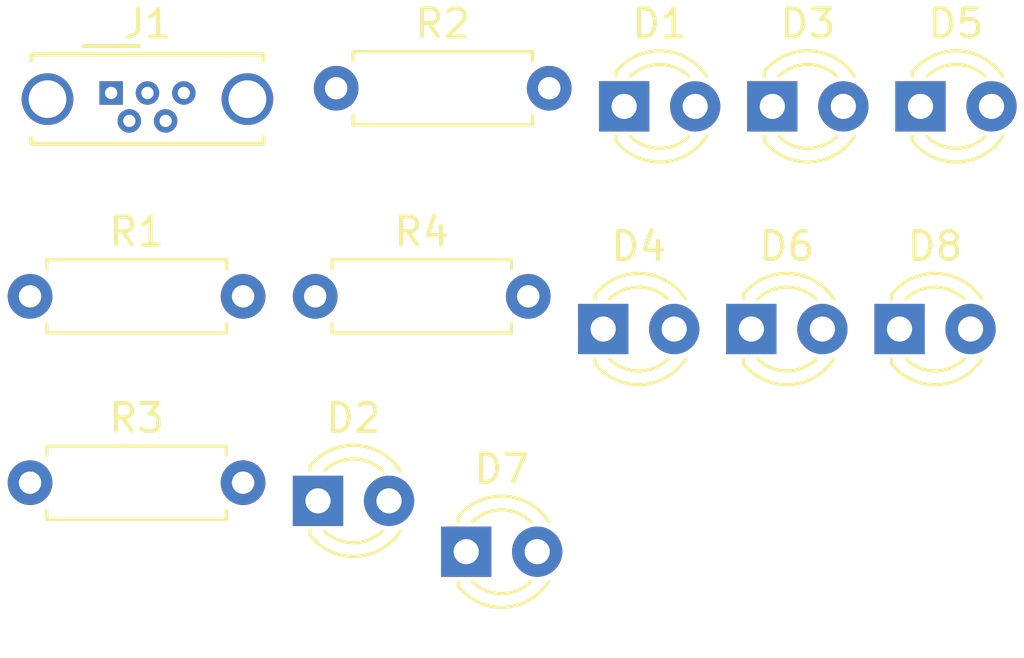
<source format=kicad_pcb>
(kicad_pcb (version 4) (host pcbnew 4.0.7)

  (general
    (links 18)
    (no_connects 18)
    (area 0 0 0 0)
    (thickness 1.6)
    (drawings 0)
    (tracks 0)
    (zones 0)
    (modules 13)
    (nets 14)
  )

  (page USLetter)
  (layers
    (0 F.Cu signal)
    (31 B.Cu signal)
    (32 B.Adhes user)
    (33 F.Adhes user)
    (34 B.Paste user)
    (35 F.Paste user)
    (36 B.SilkS user)
    (37 F.SilkS user)
    (38 B.Mask user)
    (39 F.Mask user)
    (40 Dwgs.User user)
    (41 Cmts.User user)
    (42 Eco1.User user)
    (43 Eco2.User user)
    (44 Edge.Cuts user)
    (45 Margin user)
    (46 B.CrtYd user)
    (47 F.CrtYd user)
    (48 B.Fab user)
    (49 F.Fab user)
  )

  (setup
    (last_trace_width 0.25)
    (trace_clearance 0.2)
    (zone_clearance 0.508)
    (zone_45_only no)
    (trace_min 0.2)
    (segment_width 0.2)
    (edge_width 0.15)
    (via_size 0.6)
    (via_drill 0.4)
    (via_min_size 0.4)
    (via_min_drill 0.3)
    (uvia_size 0.3)
    (uvia_drill 0.1)
    (uvias_allowed no)
    (uvia_min_size 0.2)
    (uvia_min_drill 0.1)
    (pcb_text_width 0.3)
    (pcb_text_size 1.5 1.5)
    (mod_edge_width 0.15)
    (mod_text_size 1 1)
    (mod_text_width 0.15)
    (pad_size 1.524 1.524)
    (pad_drill 0.762)
    (pad_to_mask_clearance 0.2)
    (aux_axis_origin 0 0)
    (visible_elements FFFFFF7F)
    (pcbplotparams
      (layerselection 0x00030_80000001)
      (usegerberextensions false)
      (excludeedgelayer true)
      (linewidth 0.100000)
      (plotframeref false)
      (viasonmask false)
      (mode 1)
      (useauxorigin false)
      (hpglpennumber 1)
      (hpglpenspeed 20)
      (hpglpendiameter 15)
      (hpglpenoverlay 2)
      (psnegative false)
      (psa4output false)
      (plotreference true)
      (plotvalue true)
      (plotinvisibletext false)
      (padsonsilk false)
      (subtractmaskfromsilk false)
      (outputformat 1)
      (mirror false)
      (drillshape 1)
      (scaleselection 1)
      (outputdirectory ""))
  )

  (net 0 "")
  (net 1 GND)
  (net 2 "Net-(D1-Pad2)")
  (net 3 "Net-(D2-Pad2)")
  (net 4 "Net-(D3-Pad2)")
  (net 5 "Net-(D4-Pad2)")
  (net 6 "Net-(D5-Pad2)")
  (net 7 "Net-(D6-Pad2)")
  (net 8 "Net-(D7-Pad2)")
  (net 9 "Net-(D8-Pad2)")
  (net 10 +5V)
  (net 11 "Net-(J1-Pad2)")
  (net 12 "Net-(J1-Pad3)")
  (net 13 "Net-(J1-Pad4)")

  (net_class Default "This is the default net class."
    (clearance 0.2)
    (trace_width 0.25)
    (via_dia 0.6)
    (via_drill 0.4)
    (uvia_dia 0.3)
    (uvia_drill 0.1)
    (add_net +5V)
    (add_net GND)
    (add_net "Net-(D1-Pad2)")
    (add_net "Net-(D2-Pad2)")
    (add_net "Net-(D3-Pad2)")
    (add_net "Net-(D4-Pad2)")
    (add_net "Net-(D5-Pad2)")
    (add_net "Net-(D6-Pad2)")
    (add_net "Net-(D7-Pad2)")
    (add_net "Net-(D8-Pad2)")
    (add_net "Net-(J1-Pad2)")
    (add_net "Net-(J1-Pad3)")
    (add_net "Net-(J1-Pad4)")
  )

  (module LEDs:LED_D3.0mm (layer F.Cu) (tedit 587A3A7B) (tstamp 59F0BE08)
    (at 146.350001 104.9)
    (descr "LED, diameter 3.0mm, 2 pins")
    (tags "LED diameter 3.0mm 2 pins")
    (path /59EFED7C)
    (fp_text reference D1 (at 1.27 -2.96) (layer F.SilkS)
      (effects (font (size 1 1) (thickness 0.15)))
    )
    (fp_text value LED (at 1.27 2.96) (layer F.Fab)
      (effects (font (size 1 1) (thickness 0.15)))
    )
    (fp_arc (start 1.27 0) (end -0.23 -1.16619) (angle 284.3) (layer F.Fab) (width 0.1))
    (fp_arc (start 1.27 0) (end -0.29 -1.235516) (angle 108.8) (layer F.SilkS) (width 0.12))
    (fp_arc (start 1.27 0) (end -0.29 1.235516) (angle -108.8) (layer F.SilkS) (width 0.12))
    (fp_arc (start 1.27 0) (end 0.229039 -1.08) (angle 87.9) (layer F.SilkS) (width 0.12))
    (fp_arc (start 1.27 0) (end 0.229039 1.08) (angle -87.9) (layer F.SilkS) (width 0.12))
    (fp_circle (center 1.27 0) (end 2.77 0) (layer F.Fab) (width 0.1))
    (fp_line (start -0.23 -1.16619) (end -0.23 1.16619) (layer F.Fab) (width 0.1))
    (fp_line (start -0.29 -1.236) (end -0.29 -1.08) (layer F.SilkS) (width 0.12))
    (fp_line (start -0.29 1.08) (end -0.29 1.236) (layer F.SilkS) (width 0.12))
    (fp_line (start -1.15 -2.25) (end -1.15 2.25) (layer F.CrtYd) (width 0.05))
    (fp_line (start -1.15 2.25) (end 3.7 2.25) (layer F.CrtYd) (width 0.05))
    (fp_line (start 3.7 2.25) (end 3.7 -2.25) (layer F.CrtYd) (width 0.05))
    (fp_line (start 3.7 -2.25) (end -1.15 -2.25) (layer F.CrtYd) (width 0.05))
    (pad 1 thru_hole rect (at 0 0) (size 1.8 1.8) (drill 0.9) (layers *.Cu *.Mask)
      (net 1 GND))
    (pad 2 thru_hole circle (at 2.54 0) (size 1.8 1.8) (drill 0.9) (layers *.Cu *.Mask)
      (net 2 "Net-(D1-Pad2)"))
    (model ${KISYS3DMOD}/LEDs.3dshapes/LED_D3.0mm.wrl
      (at (xyz 0 0 0))
      (scale (xyz 0.393701 0.393701 0.393701))
      (rotate (xyz 0 0 0))
    )
  )

  (module LEDs:LED_D3.0mm (layer F.Cu) (tedit 587A3A7B) (tstamp 59F0BE0E)
    (at 135.400001 119.02)
    (descr "LED, diameter 3.0mm, 2 pins")
    (tags "LED diameter 3.0mm 2 pins")
    (path /59EFED9B)
    (fp_text reference D2 (at 1.27 -2.96) (layer F.SilkS)
      (effects (font (size 1 1) (thickness 0.15)))
    )
    (fp_text value LED (at 1.27 2.96) (layer F.Fab)
      (effects (font (size 1 1) (thickness 0.15)))
    )
    (fp_arc (start 1.27 0) (end -0.23 -1.16619) (angle 284.3) (layer F.Fab) (width 0.1))
    (fp_arc (start 1.27 0) (end -0.29 -1.235516) (angle 108.8) (layer F.SilkS) (width 0.12))
    (fp_arc (start 1.27 0) (end -0.29 1.235516) (angle -108.8) (layer F.SilkS) (width 0.12))
    (fp_arc (start 1.27 0) (end 0.229039 -1.08) (angle 87.9) (layer F.SilkS) (width 0.12))
    (fp_arc (start 1.27 0) (end 0.229039 1.08) (angle -87.9) (layer F.SilkS) (width 0.12))
    (fp_circle (center 1.27 0) (end 2.77 0) (layer F.Fab) (width 0.1))
    (fp_line (start -0.23 -1.16619) (end -0.23 1.16619) (layer F.Fab) (width 0.1))
    (fp_line (start -0.29 -1.236) (end -0.29 -1.08) (layer F.SilkS) (width 0.12))
    (fp_line (start -0.29 1.08) (end -0.29 1.236) (layer F.SilkS) (width 0.12))
    (fp_line (start -1.15 -2.25) (end -1.15 2.25) (layer F.CrtYd) (width 0.05))
    (fp_line (start -1.15 2.25) (end 3.7 2.25) (layer F.CrtYd) (width 0.05))
    (fp_line (start 3.7 2.25) (end 3.7 -2.25) (layer F.CrtYd) (width 0.05))
    (fp_line (start 3.7 -2.25) (end -1.15 -2.25) (layer F.CrtYd) (width 0.05))
    (pad 1 thru_hole rect (at 0 0) (size 1.8 1.8) (drill 0.9) (layers *.Cu *.Mask)
      (net 2 "Net-(D1-Pad2)"))
    (pad 2 thru_hole circle (at 2.54 0) (size 1.8 1.8) (drill 0.9) (layers *.Cu *.Mask)
      (net 3 "Net-(D2-Pad2)"))
    (model ${KISYS3DMOD}/LEDs.3dshapes/LED_D3.0mm.wrl
      (at (xyz 0 0 0))
      (scale (xyz 0.393701 0.393701 0.393701))
      (rotate (xyz 0 0 0))
    )
  )

  (module LEDs:LED_D3.0mm (layer F.Cu) (tedit 587A3A7B) (tstamp 59F0BE14)
    (at 151.650001 104.9)
    (descr "LED, diameter 3.0mm, 2 pins")
    (tags "LED diameter 3.0mm 2 pins")
    (path /59EFEE4E)
    (fp_text reference D3 (at 1.27 -2.96) (layer F.SilkS)
      (effects (font (size 1 1) (thickness 0.15)))
    )
    (fp_text value LED (at 1.27 2.96) (layer F.Fab)
      (effects (font (size 1 1) (thickness 0.15)))
    )
    (fp_arc (start 1.27 0) (end -0.23 -1.16619) (angle 284.3) (layer F.Fab) (width 0.1))
    (fp_arc (start 1.27 0) (end -0.29 -1.235516) (angle 108.8) (layer F.SilkS) (width 0.12))
    (fp_arc (start 1.27 0) (end -0.29 1.235516) (angle -108.8) (layer F.SilkS) (width 0.12))
    (fp_arc (start 1.27 0) (end 0.229039 -1.08) (angle 87.9) (layer F.SilkS) (width 0.12))
    (fp_arc (start 1.27 0) (end 0.229039 1.08) (angle -87.9) (layer F.SilkS) (width 0.12))
    (fp_circle (center 1.27 0) (end 2.77 0) (layer F.Fab) (width 0.1))
    (fp_line (start -0.23 -1.16619) (end -0.23 1.16619) (layer F.Fab) (width 0.1))
    (fp_line (start -0.29 -1.236) (end -0.29 -1.08) (layer F.SilkS) (width 0.12))
    (fp_line (start -0.29 1.08) (end -0.29 1.236) (layer F.SilkS) (width 0.12))
    (fp_line (start -1.15 -2.25) (end -1.15 2.25) (layer F.CrtYd) (width 0.05))
    (fp_line (start -1.15 2.25) (end 3.7 2.25) (layer F.CrtYd) (width 0.05))
    (fp_line (start 3.7 2.25) (end 3.7 -2.25) (layer F.CrtYd) (width 0.05))
    (fp_line (start 3.7 -2.25) (end -1.15 -2.25) (layer F.CrtYd) (width 0.05))
    (pad 1 thru_hole rect (at 0 0) (size 1.8 1.8) (drill 0.9) (layers *.Cu *.Mask)
      (net 1 GND))
    (pad 2 thru_hole circle (at 2.54 0) (size 1.8 1.8) (drill 0.9) (layers *.Cu *.Mask)
      (net 4 "Net-(D3-Pad2)"))
    (model ${KISYS3DMOD}/LEDs.3dshapes/LED_D3.0mm.wrl
      (at (xyz 0 0 0))
      (scale (xyz 0.393701 0.393701 0.393701))
      (rotate (xyz 0 0 0))
    )
  )

  (module LEDs:LED_D3.0mm (layer F.Cu) (tedit 587A3A7B) (tstamp 59F0BE1A)
    (at 145.600001 112.87)
    (descr "LED, diameter 3.0mm, 2 pins")
    (tags "LED diameter 3.0mm 2 pins")
    (path /59EFEE7A)
    (fp_text reference D4 (at 1.27 -2.96) (layer F.SilkS)
      (effects (font (size 1 1) (thickness 0.15)))
    )
    (fp_text value LED (at 1.27 2.96) (layer F.Fab)
      (effects (font (size 1 1) (thickness 0.15)))
    )
    (fp_arc (start 1.27 0) (end -0.23 -1.16619) (angle 284.3) (layer F.Fab) (width 0.1))
    (fp_arc (start 1.27 0) (end -0.29 -1.235516) (angle 108.8) (layer F.SilkS) (width 0.12))
    (fp_arc (start 1.27 0) (end -0.29 1.235516) (angle -108.8) (layer F.SilkS) (width 0.12))
    (fp_arc (start 1.27 0) (end 0.229039 -1.08) (angle 87.9) (layer F.SilkS) (width 0.12))
    (fp_arc (start 1.27 0) (end 0.229039 1.08) (angle -87.9) (layer F.SilkS) (width 0.12))
    (fp_circle (center 1.27 0) (end 2.77 0) (layer F.Fab) (width 0.1))
    (fp_line (start -0.23 -1.16619) (end -0.23 1.16619) (layer F.Fab) (width 0.1))
    (fp_line (start -0.29 -1.236) (end -0.29 -1.08) (layer F.SilkS) (width 0.12))
    (fp_line (start -0.29 1.08) (end -0.29 1.236) (layer F.SilkS) (width 0.12))
    (fp_line (start -1.15 -2.25) (end -1.15 2.25) (layer F.CrtYd) (width 0.05))
    (fp_line (start -1.15 2.25) (end 3.7 2.25) (layer F.CrtYd) (width 0.05))
    (fp_line (start 3.7 2.25) (end 3.7 -2.25) (layer F.CrtYd) (width 0.05))
    (fp_line (start 3.7 -2.25) (end -1.15 -2.25) (layer F.CrtYd) (width 0.05))
    (pad 1 thru_hole rect (at 0 0) (size 1.8 1.8) (drill 0.9) (layers *.Cu *.Mask)
      (net 4 "Net-(D3-Pad2)"))
    (pad 2 thru_hole circle (at 2.54 0) (size 1.8 1.8) (drill 0.9) (layers *.Cu *.Mask)
      (net 5 "Net-(D4-Pad2)"))
    (model ${KISYS3DMOD}/LEDs.3dshapes/LED_D3.0mm.wrl
      (at (xyz 0 0 0))
      (scale (xyz 0.393701 0.393701 0.393701))
      (rotate (xyz 0 0 0))
    )
  )

  (module LEDs:LED_D3.0mm (layer F.Cu) (tedit 587A3A7B) (tstamp 59F0BE20)
    (at 156.950001 104.9)
    (descr "LED, diameter 3.0mm, 2 pins")
    (tags "LED diameter 3.0mm 2 pins")
    (path /59EFEF28)
    (fp_text reference D5 (at 1.27 -2.96) (layer F.SilkS)
      (effects (font (size 1 1) (thickness 0.15)))
    )
    (fp_text value LED (at 1.27 2.96) (layer F.Fab)
      (effects (font (size 1 1) (thickness 0.15)))
    )
    (fp_arc (start 1.27 0) (end -0.23 -1.16619) (angle 284.3) (layer F.Fab) (width 0.1))
    (fp_arc (start 1.27 0) (end -0.29 -1.235516) (angle 108.8) (layer F.SilkS) (width 0.12))
    (fp_arc (start 1.27 0) (end -0.29 1.235516) (angle -108.8) (layer F.SilkS) (width 0.12))
    (fp_arc (start 1.27 0) (end 0.229039 -1.08) (angle 87.9) (layer F.SilkS) (width 0.12))
    (fp_arc (start 1.27 0) (end 0.229039 1.08) (angle -87.9) (layer F.SilkS) (width 0.12))
    (fp_circle (center 1.27 0) (end 2.77 0) (layer F.Fab) (width 0.1))
    (fp_line (start -0.23 -1.16619) (end -0.23 1.16619) (layer F.Fab) (width 0.1))
    (fp_line (start -0.29 -1.236) (end -0.29 -1.08) (layer F.SilkS) (width 0.12))
    (fp_line (start -0.29 1.08) (end -0.29 1.236) (layer F.SilkS) (width 0.12))
    (fp_line (start -1.15 -2.25) (end -1.15 2.25) (layer F.CrtYd) (width 0.05))
    (fp_line (start -1.15 2.25) (end 3.7 2.25) (layer F.CrtYd) (width 0.05))
    (fp_line (start 3.7 2.25) (end 3.7 -2.25) (layer F.CrtYd) (width 0.05))
    (fp_line (start 3.7 -2.25) (end -1.15 -2.25) (layer F.CrtYd) (width 0.05))
    (pad 1 thru_hole rect (at 0 0) (size 1.8 1.8) (drill 0.9) (layers *.Cu *.Mask)
      (net 1 GND))
    (pad 2 thru_hole circle (at 2.54 0) (size 1.8 1.8) (drill 0.9) (layers *.Cu *.Mask)
      (net 6 "Net-(D5-Pad2)"))
    (model ${KISYS3DMOD}/LEDs.3dshapes/LED_D3.0mm.wrl
      (at (xyz 0 0 0))
      (scale (xyz 0.393701 0.393701 0.393701))
      (rotate (xyz 0 0 0))
    )
  )

  (module LEDs:LED_D3.0mm (layer F.Cu) (tedit 587A3A7B) (tstamp 59F0BE26)
    (at 150.900001 112.87)
    (descr "LED, diameter 3.0mm, 2 pins")
    (tags "LED diameter 3.0mm 2 pins")
    (path /59EFEF58)
    (fp_text reference D6 (at 1.27 -2.96) (layer F.SilkS)
      (effects (font (size 1 1) (thickness 0.15)))
    )
    (fp_text value LED (at 1.27 2.96) (layer F.Fab)
      (effects (font (size 1 1) (thickness 0.15)))
    )
    (fp_arc (start 1.27 0) (end -0.23 -1.16619) (angle 284.3) (layer F.Fab) (width 0.1))
    (fp_arc (start 1.27 0) (end -0.29 -1.235516) (angle 108.8) (layer F.SilkS) (width 0.12))
    (fp_arc (start 1.27 0) (end -0.29 1.235516) (angle -108.8) (layer F.SilkS) (width 0.12))
    (fp_arc (start 1.27 0) (end 0.229039 -1.08) (angle 87.9) (layer F.SilkS) (width 0.12))
    (fp_arc (start 1.27 0) (end 0.229039 1.08) (angle -87.9) (layer F.SilkS) (width 0.12))
    (fp_circle (center 1.27 0) (end 2.77 0) (layer F.Fab) (width 0.1))
    (fp_line (start -0.23 -1.16619) (end -0.23 1.16619) (layer F.Fab) (width 0.1))
    (fp_line (start -0.29 -1.236) (end -0.29 -1.08) (layer F.SilkS) (width 0.12))
    (fp_line (start -0.29 1.08) (end -0.29 1.236) (layer F.SilkS) (width 0.12))
    (fp_line (start -1.15 -2.25) (end -1.15 2.25) (layer F.CrtYd) (width 0.05))
    (fp_line (start -1.15 2.25) (end 3.7 2.25) (layer F.CrtYd) (width 0.05))
    (fp_line (start 3.7 2.25) (end 3.7 -2.25) (layer F.CrtYd) (width 0.05))
    (fp_line (start 3.7 -2.25) (end -1.15 -2.25) (layer F.CrtYd) (width 0.05))
    (pad 1 thru_hole rect (at 0 0) (size 1.8 1.8) (drill 0.9) (layers *.Cu *.Mask)
      (net 6 "Net-(D5-Pad2)"))
    (pad 2 thru_hole circle (at 2.54 0) (size 1.8 1.8) (drill 0.9) (layers *.Cu *.Mask)
      (net 7 "Net-(D6-Pad2)"))
    (model ${KISYS3DMOD}/LEDs.3dshapes/LED_D3.0mm.wrl
      (at (xyz 0 0 0))
      (scale (xyz 0.393701 0.393701 0.393701))
      (rotate (xyz 0 0 0))
    )
  )

  (module LEDs:LED_D3.0mm (layer F.Cu) (tedit 587A3A7B) (tstamp 59F0BE2C)
    (at 140.700001 120.84)
    (descr "LED, diameter 3.0mm, 2 pins")
    (tags "LED diameter 3.0mm 2 pins")
    (path /59EFF04E)
    (fp_text reference D7 (at 1.27 -2.96) (layer F.SilkS)
      (effects (font (size 1 1) (thickness 0.15)))
    )
    (fp_text value LED (at 1.27 2.96) (layer F.Fab)
      (effects (font (size 1 1) (thickness 0.15)))
    )
    (fp_arc (start 1.27 0) (end -0.23 -1.16619) (angle 284.3) (layer F.Fab) (width 0.1))
    (fp_arc (start 1.27 0) (end -0.29 -1.235516) (angle 108.8) (layer F.SilkS) (width 0.12))
    (fp_arc (start 1.27 0) (end -0.29 1.235516) (angle -108.8) (layer F.SilkS) (width 0.12))
    (fp_arc (start 1.27 0) (end 0.229039 -1.08) (angle 87.9) (layer F.SilkS) (width 0.12))
    (fp_arc (start 1.27 0) (end 0.229039 1.08) (angle -87.9) (layer F.SilkS) (width 0.12))
    (fp_circle (center 1.27 0) (end 2.77 0) (layer F.Fab) (width 0.1))
    (fp_line (start -0.23 -1.16619) (end -0.23 1.16619) (layer F.Fab) (width 0.1))
    (fp_line (start -0.29 -1.236) (end -0.29 -1.08) (layer F.SilkS) (width 0.12))
    (fp_line (start -0.29 1.08) (end -0.29 1.236) (layer F.SilkS) (width 0.12))
    (fp_line (start -1.15 -2.25) (end -1.15 2.25) (layer F.CrtYd) (width 0.05))
    (fp_line (start -1.15 2.25) (end 3.7 2.25) (layer F.CrtYd) (width 0.05))
    (fp_line (start 3.7 2.25) (end 3.7 -2.25) (layer F.CrtYd) (width 0.05))
    (fp_line (start 3.7 -2.25) (end -1.15 -2.25) (layer F.CrtYd) (width 0.05))
    (pad 1 thru_hole rect (at 0 0) (size 1.8 1.8) (drill 0.9) (layers *.Cu *.Mask)
      (net 1 GND))
    (pad 2 thru_hole circle (at 2.54 0) (size 1.8 1.8) (drill 0.9) (layers *.Cu *.Mask)
      (net 8 "Net-(D7-Pad2)"))
    (model ${KISYS3DMOD}/LEDs.3dshapes/LED_D3.0mm.wrl
      (at (xyz 0 0 0))
      (scale (xyz 0.393701 0.393701 0.393701))
      (rotate (xyz 0 0 0))
    )
  )

  (module LEDs:LED_D3.0mm (layer F.Cu) (tedit 587A3A7B) (tstamp 59F0BE32)
    (at 156.200001 112.87)
    (descr "LED, diameter 3.0mm, 2 pins")
    (tags "LED diameter 3.0mm 2 pins")
    (path /59EFF087)
    (fp_text reference D8 (at 1.27 -2.96) (layer F.SilkS)
      (effects (font (size 1 1) (thickness 0.15)))
    )
    (fp_text value LED (at 1.27 2.96) (layer F.Fab)
      (effects (font (size 1 1) (thickness 0.15)))
    )
    (fp_arc (start 1.27 0) (end -0.23 -1.16619) (angle 284.3) (layer F.Fab) (width 0.1))
    (fp_arc (start 1.27 0) (end -0.29 -1.235516) (angle 108.8) (layer F.SilkS) (width 0.12))
    (fp_arc (start 1.27 0) (end -0.29 1.235516) (angle -108.8) (layer F.SilkS) (width 0.12))
    (fp_arc (start 1.27 0) (end 0.229039 -1.08) (angle 87.9) (layer F.SilkS) (width 0.12))
    (fp_arc (start 1.27 0) (end 0.229039 1.08) (angle -87.9) (layer F.SilkS) (width 0.12))
    (fp_circle (center 1.27 0) (end 2.77 0) (layer F.Fab) (width 0.1))
    (fp_line (start -0.23 -1.16619) (end -0.23 1.16619) (layer F.Fab) (width 0.1))
    (fp_line (start -0.29 -1.236) (end -0.29 -1.08) (layer F.SilkS) (width 0.12))
    (fp_line (start -0.29 1.08) (end -0.29 1.236) (layer F.SilkS) (width 0.12))
    (fp_line (start -1.15 -2.25) (end -1.15 2.25) (layer F.CrtYd) (width 0.05))
    (fp_line (start -1.15 2.25) (end 3.7 2.25) (layer F.CrtYd) (width 0.05))
    (fp_line (start 3.7 2.25) (end 3.7 -2.25) (layer F.CrtYd) (width 0.05))
    (fp_line (start 3.7 -2.25) (end -1.15 -2.25) (layer F.CrtYd) (width 0.05))
    (pad 1 thru_hole rect (at 0 0) (size 1.8 1.8) (drill 0.9) (layers *.Cu *.Mask)
      (net 8 "Net-(D7-Pad2)"))
    (pad 2 thru_hole circle (at 2.54 0) (size 1.8 1.8) (drill 0.9) (layers *.Cu *.Mask)
      (net 9 "Net-(D8-Pad2)"))
    (model ${KISYS3DMOD}/LEDs.3dshapes/LED_D3.0mm.wrl
      (at (xyz 0 0 0))
      (scale (xyz 0.393701 0.393701 0.393701))
      (rotate (xyz 0 0 0))
    )
  )

  (module myLibrary:USB_Micro-B_Wuerth-614105150721_CircularHoles (layer F.Cu) (tedit 59EFAE39) (tstamp 59F0BE3D)
    (at 128.000001 104.42)
    (descr "USB Micro-B receptacle, http://katalog.we-online.de/em/datasheet/614105150721.pdf")
    (tags "usb micro receptacle")
    (path /59EFEC98)
    (fp_text reference J1 (at 1.3 -2.48) (layer F.SilkS)
      (effects (font (size 1 1) (thickness 0.15)))
    )
    (fp_text value USB_B_Micro (at 1.3 2.92) (layer F.Fab)
      (effects (font (size 1 1) (thickness 0.15)))
    )
    (fp_line (start -2.7 -1.23) (end -1 -1.23) (layer F.Fab) (width 0.15))
    (fp_line (start -1 -1.23) (end 0 -0.23) (layer F.Fab) (width 0.15))
    (fp_line (start 0 -0.23) (end 1 -1.23) (layer F.Fab) (width 0.15))
    (fp_line (start 1 -1.23) (end 5.3 -1.23) (layer F.Fab) (width 0.15))
    (fp_line (start 5.3 -1.23) (end 5.3 1.67) (layer F.Fab) (width 0.15))
    (fp_line (start 5.3 1.67) (end -2.7 1.67) (layer F.Fab) (width 0.15))
    (fp_line (start -2.7 1.67) (end -2.7 -1.23) (layer F.Fab) (width 0.15))
    (fp_line (start -2.85 -1.155) (end -2.85 -1.38) (layer F.SilkS) (width 0.15))
    (fp_line (start -2.85 -1.38) (end 5.45 -1.38) (layer F.SilkS) (width 0.15))
    (fp_line (start 5.45 -1.38) (end 5.45 -1.155) (layer F.SilkS) (width 0.15))
    (fp_line (start -2.85 1.595) (end -2.85 1.82) (layer F.SilkS) (width 0.15))
    (fp_line (start -2.85 1.82) (end 5.45 1.82) (layer F.SilkS) (width 0.15))
    (fp_line (start 5.45 1.82) (end 5.45 1.595) (layer F.SilkS) (width 0.15))
    (fp_line (start -1 -1.68) (end 1 -1.68) (layer F.SilkS) (width 0.15))
    (fp_line (start -3.95 -1.73) (end -3.95 2.17) (layer F.CrtYd) (width 0.05))
    (fp_line (start -3.95 2.17) (end 6.55 2.17) (layer F.CrtYd) (width 0.05))
    (fp_line (start 6.55 2.17) (end 6.55 -1.73) (layer F.CrtYd) (width 0.05))
    (fp_line (start 6.55 -1.73) (end -3.95 -1.73) (layer F.CrtYd) (width 0.05))
    (fp_text user %R (at 1.3 0.22) (layer F.Fab)
      (effects (font (size 1 1) (thickness 0.15)))
    )
    (pad 1 thru_hole rect (at 0 0) (size 0.84 0.84) (drill 0.44) (layers *.Cu *.Mask)
      (net 10 +5V))
    (pad 2 thru_hole circle (at 0.65 1) (size 0.84 0.84) (drill 0.44) (layers *.Cu *.Mask)
      (net 11 "Net-(J1-Pad2)"))
    (pad 3 thru_hole circle (at 1.3 0) (size 0.84 0.84) (drill 0.44) (layers *.Cu *.Mask)
      (net 12 "Net-(J1-Pad3)"))
    (pad 4 thru_hole circle (at 1.95 1) (size 0.84 0.84) (drill 0.44) (layers *.Cu *.Mask)
      (net 13 "Net-(J1-Pad4)"))
    (pad 5 thru_hole circle (at 2.6 0) (size 0.84 0.84) (drill 0.44) (layers *.Cu *.Mask)
      (net 1 GND))
    (pad 6 thru_hole circle (at -2.275 0.22) (size 1.85 1.85) (drill 1.35) (layers *.Cu *.Mask)
      (net 1 GND))
    (pad 6 thru_hole circle (at 4.875 0.22) (size 1.85 1.85) (drill 1.35) (layers *.Cu *.Mask)
      (net 1 GND))
    (model ${KISYS3DMOD}/Connectors_USB.3dshapes/USB_Micro-B_Wuerth-614105150721_CircularHoles.wrl
      (at (xyz 0 0 0))
      (scale (xyz 1 1 1))
      (rotate (xyz 0 0 0))
    )
  )

  (module Resistors_THT:R_Axial_DIN0207_L6.3mm_D2.5mm_P7.62mm_Horizontal (layer F.Cu) (tedit 5874F706) (tstamp 59F0BE43)
    (at 125.100001 111.7)
    (descr "Resistor, Axial_DIN0207 series, Axial, Horizontal, pin pitch=7.62mm, 0.25W = 1/4W, length*diameter=6.3*2.5mm^2, http://cdn-reichelt.de/documents/datenblatt/B400/1_4W%23YAG.pdf")
    (tags "Resistor Axial_DIN0207 series Axial Horizontal pin pitch 7.62mm 0.25W = 1/4W length 6.3mm diameter 2.5mm")
    (path /59EFED4B)
    (fp_text reference R1 (at 3.81 -2.31) (layer F.SilkS)
      (effects (font (size 1 1) (thickness 0.15)))
    )
    (fp_text value 56 (at 3.81 2.31) (layer F.Fab)
      (effects (font (size 1 1) (thickness 0.15)))
    )
    (fp_line (start 0.66 -1.25) (end 0.66 1.25) (layer F.Fab) (width 0.1))
    (fp_line (start 0.66 1.25) (end 6.96 1.25) (layer F.Fab) (width 0.1))
    (fp_line (start 6.96 1.25) (end 6.96 -1.25) (layer F.Fab) (width 0.1))
    (fp_line (start 6.96 -1.25) (end 0.66 -1.25) (layer F.Fab) (width 0.1))
    (fp_line (start 0 0) (end 0.66 0) (layer F.Fab) (width 0.1))
    (fp_line (start 7.62 0) (end 6.96 0) (layer F.Fab) (width 0.1))
    (fp_line (start 0.6 -0.98) (end 0.6 -1.31) (layer F.SilkS) (width 0.12))
    (fp_line (start 0.6 -1.31) (end 7.02 -1.31) (layer F.SilkS) (width 0.12))
    (fp_line (start 7.02 -1.31) (end 7.02 -0.98) (layer F.SilkS) (width 0.12))
    (fp_line (start 0.6 0.98) (end 0.6 1.31) (layer F.SilkS) (width 0.12))
    (fp_line (start 0.6 1.31) (end 7.02 1.31) (layer F.SilkS) (width 0.12))
    (fp_line (start 7.02 1.31) (end 7.02 0.98) (layer F.SilkS) (width 0.12))
    (fp_line (start -1.05 -1.6) (end -1.05 1.6) (layer F.CrtYd) (width 0.05))
    (fp_line (start -1.05 1.6) (end 8.7 1.6) (layer F.CrtYd) (width 0.05))
    (fp_line (start 8.7 1.6) (end 8.7 -1.6) (layer F.CrtYd) (width 0.05))
    (fp_line (start 8.7 -1.6) (end -1.05 -1.6) (layer F.CrtYd) (width 0.05))
    (pad 1 thru_hole circle (at 0 0) (size 1.6 1.6) (drill 0.8) (layers *.Cu *.Mask)
      (net 10 +5V))
    (pad 2 thru_hole oval (at 7.62 0) (size 1.6 1.6) (drill 0.8) (layers *.Cu *.Mask)
      (net 3 "Net-(D2-Pad2)"))
    (model ${KISYS3DMOD}/Resistors_THT.3dshapes/R_Axial_DIN0207_L6.3mm_D2.5mm_P7.62mm_Horizontal.wrl
      (at (xyz 0 0 0))
      (scale (xyz 0.393701 0.393701 0.393701))
      (rotate (xyz 0 0 0))
    )
  )

  (module Resistors_THT:R_Axial_DIN0207_L6.3mm_D2.5mm_P7.62mm_Horizontal (layer F.Cu) (tedit 5874F706) (tstamp 59F0BE49)
    (at 136.050001 104.25)
    (descr "Resistor, Axial_DIN0207 series, Axial, Horizontal, pin pitch=7.62mm, 0.25W = 1/4W, length*diameter=6.3*2.5mm^2, http://cdn-reichelt.de/documents/datenblatt/B400/1_4W%23YAG.pdf")
    (tags "Resistor Axial_DIN0207 series Axial Horizontal pin pitch 7.62mm 0.25W = 1/4W length 6.3mm diameter 2.5mm")
    (path /59EFEE1B)
    (fp_text reference R2 (at 3.81 -2.31) (layer F.SilkS)
      (effects (font (size 1 1) (thickness 0.15)))
    )
    (fp_text value 56 (at 3.81 2.31) (layer F.Fab)
      (effects (font (size 1 1) (thickness 0.15)))
    )
    (fp_line (start 0.66 -1.25) (end 0.66 1.25) (layer F.Fab) (width 0.1))
    (fp_line (start 0.66 1.25) (end 6.96 1.25) (layer F.Fab) (width 0.1))
    (fp_line (start 6.96 1.25) (end 6.96 -1.25) (layer F.Fab) (width 0.1))
    (fp_line (start 6.96 -1.25) (end 0.66 -1.25) (layer F.Fab) (width 0.1))
    (fp_line (start 0 0) (end 0.66 0) (layer F.Fab) (width 0.1))
    (fp_line (start 7.62 0) (end 6.96 0) (layer F.Fab) (width 0.1))
    (fp_line (start 0.6 -0.98) (end 0.6 -1.31) (layer F.SilkS) (width 0.12))
    (fp_line (start 0.6 -1.31) (end 7.02 -1.31) (layer F.SilkS) (width 0.12))
    (fp_line (start 7.02 -1.31) (end 7.02 -0.98) (layer F.SilkS) (width 0.12))
    (fp_line (start 0.6 0.98) (end 0.6 1.31) (layer F.SilkS) (width 0.12))
    (fp_line (start 0.6 1.31) (end 7.02 1.31) (layer F.SilkS) (width 0.12))
    (fp_line (start 7.02 1.31) (end 7.02 0.98) (layer F.SilkS) (width 0.12))
    (fp_line (start -1.05 -1.6) (end -1.05 1.6) (layer F.CrtYd) (width 0.05))
    (fp_line (start -1.05 1.6) (end 8.7 1.6) (layer F.CrtYd) (width 0.05))
    (fp_line (start 8.7 1.6) (end 8.7 -1.6) (layer F.CrtYd) (width 0.05))
    (fp_line (start 8.7 -1.6) (end -1.05 -1.6) (layer F.CrtYd) (width 0.05))
    (pad 1 thru_hole circle (at 0 0) (size 1.6 1.6) (drill 0.8) (layers *.Cu *.Mask)
      (net 10 +5V))
    (pad 2 thru_hole oval (at 7.62 0) (size 1.6 1.6) (drill 0.8) (layers *.Cu *.Mask)
      (net 5 "Net-(D4-Pad2)"))
    (model ${KISYS3DMOD}/Resistors_THT.3dshapes/R_Axial_DIN0207_L6.3mm_D2.5mm_P7.62mm_Horizontal.wrl
      (at (xyz 0 0 0))
      (scale (xyz 0.393701 0.393701 0.393701))
      (rotate (xyz 0 0 0))
    )
  )

  (module Resistors_THT:R_Axial_DIN0207_L6.3mm_D2.5mm_P7.62mm_Horizontal (layer F.Cu) (tedit 5874F706) (tstamp 59F0BE4F)
    (at 125.100001 118.37)
    (descr "Resistor, Axial_DIN0207 series, Axial, Horizontal, pin pitch=7.62mm, 0.25W = 1/4W, length*diameter=6.3*2.5mm^2, http://cdn-reichelt.de/documents/datenblatt/B400/1_4W%23YAG.pdf")
    (tags "Resistor Axial_DIN0207 series Axial Horizontal pin pitch 7.62mm 0.25W = 1/4W length 6.3mm diameter 2.5mm")
    (path /59EFEF89)
    (fp_text reference R3 (at 3.81 -2.31) (layer F.SilkS)
      (effects (font (size 1 1) (thickness 0.15)))
    )
    (fp_text value 56 (at 3.81 2.31) (layer F.Fab)
      (effects (font (size 1 1) (thickness 0.15)))
    )
    (fp_line (start 0.66 -1.25) (end 0.66 1.25) (layer F.Fab) (width 0.1))
    (fp_line (start 0.66 1.25) (end 6.96 1.25) (layer F.Fab) (width 0.1))
    (fp_line (start 6.96 1.25) (end 6.96 -1.25) (layer F.Fab) (width 0.1))
    (fp_line (start 6.96 -1.25) (end 0.66 -1.25) (layer F.Fab) (width 0.1))
    (fp_line (start 0 0) (end 0.66 0) (layer F.Fab) (width 0.1))
    (fp_line (start 7.62 0) (end 6.96 0) (layer F.Fab) (width 0.1))
    (fp_line (start 0.6 -0.98) (end 0.6 -1.31) (layer F.SilkS) (width 0.12))
    (fp_line (start 0.6 -1.31) (end 7.02 -1.31) (layer F.SilkS) (width 0.12))
    (fp_line (start 7.02 -1.31) (end 7.02 -0.98) (layer F.SilkS) (width 0.12))
    (fp_line (start 0.6 0.98) (end 0.6 1.31) (layer F.SilkS) (width 0.12))
    (fp_line (start 0.6 1.31) (end 7.02 1.31) (layer F.SilkS) (width 0.12))
    (fp_line (start 7.02 1.31) (end 7.02 0.98) (layer F.SilkS) (width 0.12))
    (fp_line (start -1.05 -1.6) (end -1.05 1.6) (layer F.CrtYd) (width 0.05))
    (fp_line (start -1.05 1.6) (end 8.7 1.6) (layer F.CrtYd) (width 0.05))
    (fp_line (start 8.7 1.6) (end 8.7 -1.6) (layer F.CrtYd) (width 0.05))
    (fp_line (start 8.7 -1.6) (end -1.05 -1.6) (layer F.CrtYd) (width 0.05))
    (pad 1 thru_hole circle (at 0 0) (size 1.6 1.6) (drill 0.8) (layers *.Cu *.Mask)
      (net 10 +5V))
    (pad 2 thru_hole oval (at 7.62 0) (size 1.6 1.6) (drill 0.8) (layers *.Cu *.Mask)
      (net 7 "Net-(D6-Pad2)"))
    (model ${KISYS3DMOD}/Resistors_THT.3dshapes/R_Axial_DIN0207_L6.3mm_D2.5mm_P7.62mm_Horizontal.wrl
      (at (xyz 0 0 0))
      (scale (xyz 0.393701 0.393701 0.393701))
      (rotate (xyz 0 0 0))
    )
  )

  (module Resistors_THT:R_Axial_DIN0207_L6.3mm_D2.5mm_P7.62mm_Horizontal (layer F.Cu) (tedit 5874F706) (tstamp 59F0BE55)
    (at 135.300001 111.7)
    (descr "Resistor, Axial_DIN0207 series, Axial, Horizontal, pin pitch=7.62mm, 0.25W = 1/4W, length*diameter=6.3*2.5mm^2, http://cdn-reichelt.de/documents/datenblatt/B400/1_4W%23YAG.pdf")
    (tags "Resistor Axial_DIN0207 series Axial Horizontal pin pitch 7.62mm 0.25W = 1/4W length 6.3mm diameter 2.5mm")
    (path /59EFF0C1)
    (fp_text reference R4 (at 3.81 -2.31) (layer F.SilkS)
      (effects (font (size 1 1) (thickness 0.15)))
    )
    (fp_text value 56 (at 3.81 2.31) (layer F.Fab)
      (effects (font (size 1 1) (thickness 0.15)))
    )
    (fp_line (start 0.66 -1.25) (end 0.66 1.25) (layer F.Fab) (width 0.1))
    (fp_line (start 0.66 1.25) (end 6.96 1.25) (layer F.Fab) (width 0.1))
    (fp_line (start 6.96 1.25) (end 6.96 -1.25) (layer F.Fab) (width 0.1))
    (fp_line (start 6.96 -1.25) (end 0.66 -1.25) (layer F.Fab) (width 0.1))
    (fp_line (start 0 0) (end 0.66 0) (layer F.Fab) (width 0.1))
    (fp_line (start 7.62 0) (end 6.96 0) (layer F.Fab) (width 0.1))
    (fp_line (start 0.6 -0.98) (end 0.6 -1.31) (layer F.SilkS) (width 0.12))
    (fp_line (start 0.6 -1.31) (end 7.02 -1.31) (layer F.SilkS) (width 0.12))
    (fp_line (start 7.02 -1.31) (end 7.02 -0.98) (layer F.SilkS) (width 0.12))
    (fp_line (start 0.6 0.98) (end 0.6 1.31) (layer F.SilkS) (width 0.12))
    (fp_line (start 0.6 1.31) (end 7.02 1.31) (layer F.SilkS) (width 0.12))
    (fp_line (start 7.02 1.31) (end 7.02 0.98) (layer F.SilkS) (width 0.12))
    (fp_line (start -1.05 -1.6) (end -1.05 1.6) (layer F.CrtYd) (width 0.05))
    (fp_line (start -1.05 1.6) (end 8.7 1.6) (layer F.CrtYd) (width 0.05))
    (fp_line (start 8.7 1.6) (end 8.7 -1.6) (layer F.CrtYd) (width 0.05))
    (fp_line (start 8.7 -1.6) (end -1.05 -1.6) (layer F.CrtYd) (width 0.05))
    (pad 1 thru_hole circle (at 0 0) (size 1.6 1.6) (drill 0.8) (layers *.Cu *.Mask)
      (net 10 +5V))
    (pad 2 thru_hole oval (at 7.62 0) (size 1.6 1.6) (drill 0.8) (layers *.Cu *.Mask)
      (net 9 "Net-(D8-Pad2)"))
    (model ${KISYS3DMOD}/Resistors_THT.3dshapes/R_Axial_DIN0207_L6.3mm_D2.5mm_P7.62mm_Horizontal.wrl
      (at (xyz 0 0 0))
      (scale (xyz 0.393701 0.393701 0.393701))
      (rotate (xyz 0 0 0))
    )
  )

)

</source>
